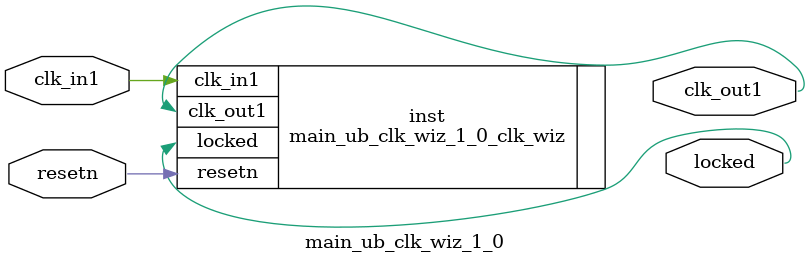
<source format=v>


`timescale 1ps/1ps

(* CORE_GENERATION_INFO = "main_ub_clk_wiz_1_0,clk_wiz_v6_0_2_0_0,{component_name=main_ub_clk_wiz_1_0,use_phase_alignment=true,use_min_o_jitter=false,use_max_i_jitter=false,use_dyn_phase_shift=false,use_inclk_switchover=false,use_dyn_reconfig=false,enable_axi=0,feedback_source=FDBK_AUTO,PRIMITIVE=MMCM,num_out_clk=1,clkin1_period=10.000,clkin2_period=10.000,use_power_down=false,use_reset=true,use_locked=true,use_inclk_stopped=false,feedback_type=SINGLE,CLOCK_MGR_TYPE=NA,manual_override=false}" *)

module main_ub_clk_wiz_1_0 
 (
  // Clock out ports
  output        clk_out1,
  // Status and control signals
  input         resetn,
  output        locked,
 // Clock in ports
  input         clk_in1
 );

  main_ub_clk_wiz_1_0_clk_wiz inst
  (
  // Clock out ports  
  .clk_out1(clk_out1),
  // Status and control signals               
  .resetn(resetn), 
  .locked(locked),
 // Clock in ports
  .clk_in1(clk_in1)
  );

endmodule

</source>
